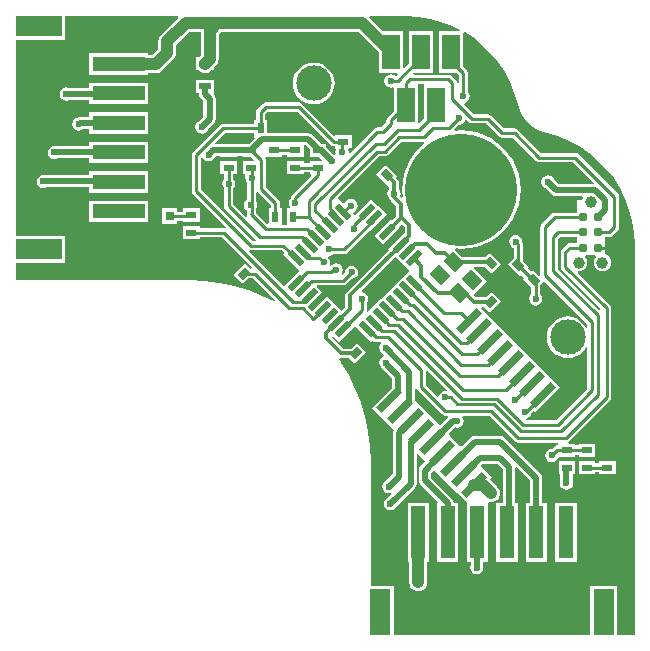
<source format=gbl>
G04 Layer_Physical_Order=2*
G04 Layer_Color=16711680*
%FSAX25Y25*%
%MOIN*%
G70*
G01*
G75*
%ADD10C,0.01969*%
%ADD15C,0.01000*%
%ADD16C,0.03937*%
%ADD17C,0.03902*%
%ADD18C,0.11811*%
%ADD19C,0.37402*%
%ADD20C,0.02362*%
%ADD21C,0.02500*%
%ADD22R,0.03543X0.02362*%
%ADD23R,0.03150X0.03150*%
%ADD24R,0.05906X0.11811*%
%ADD25C,0.03098*%
G04:AMPARAMS|DCode=26|XSize=55.12mil|YSize=43.31mil|CornerRadius=0mil|HoleSize=0mil|Usage=FLASHONLY|Rotation=135.000|XOffset=0mil|YOffset=0mil|HoleType=Round|Shape=Rectangle|*
%AMROTATEDRECTD26*
4,1,4,0.03480,-0.00418,0.00418,-0.03480,-0.03480,0.00418,-0.00418,0.03480,0.03480,-0.00418,0.0*
%
%ADD26ROTATEDRECTD26*%

%ADD27R,0.03937X0.02362*%
%ADD28R,0.02362X0.03543*%
G04:AMPARAMS|DCode=29|XSize=23.62mil|YSize=35.43mil|CornerRadius=0mil|HoleSize=0mil|Usage=FLASHONLY|Rotation=45.000|XOffset=0mil|YOffset=0mil|HoleType=Round|Shape=Rectangle|*
%AMROTATEDRECTD29*
4,1,4,0.00418,-0.02088,-0.02088,0.00418,-0.00418,0.02088,0.02088,-0.00418,0.00418,-0.02088,0.0*
%
%ADD29ROTATEDRECTD29*%

G04:AMPARAMS|DCode=30|XSize=23.62mil|YSize=35.43mil|CornerRadius=0mil|HoleSize=0mil|Usage=FLASHONLY|Rotation=135.000|XOffset=0mil|YOffset=0mil|HoleType=Round|Shape=Rectangle|*
%AMROTATEDRECTD30*
4,1,4,0.02088,0.00418,-0.00418,-0.02088,-0.02088,-0.00418,0.00418,0.02088,0.02088,0.00418,0.0*
%
%ADD30ROTATEDRECTD30*%

%ADD31R,0.15354X0.07087*%
%ADD32R,0.17716X0.05118*%
%ADD33R,0.07087X0.15354*%
%ADD34R,0.05118X0.17716*%
G04:AMPARAMS|DCode=35|XSize=21.65mil|YSize=59.06mil|CornerRadius=0mil|HoleSize=0mil|Usage=FLASHONLY|Rotation=225.000|XOffset=0mil|YOffset=0mil|HoleType=Round|Shape=Rectangle|*
%AMROTATEDRECTD35*
4,1,4,-0.01322,0.02854,0.02854,-0.01322,0.01322,-0.02854,-0.02854,0.01322,-0.01322,0.02854,0.0*
%
%ADD35ROTATEDRECTD35*%

G04:AMPARAMS|DCode=36|XSize=21.65mil|YSize=59.06mil|CornerRadius=0mil|HoleSize=0mil|Usage=FLASHONLY|Rotation=135.000|XOffset=0mil|YOffset=0mil|HoleType=Round|Shape=Rectangle|*
%AMROTATEDRECTD36*
4,1,4,0.02854,0.01322,-0.01322,-0.02854,-0.02854,-0.01322,0.01322,0.02854,0.02854,0.01322,0.0*
%
%ADD36ROTATEDRECTD36*%

G04:AMPARAMS|DCode=37|XSize=27.56mil|YSize=98.43mil|CornerRadius=0mil|HoleSize=0mil|Usage=FLASHONLY|Rotation=135.000|XOffset=0mil|YOffset=0mil|HoleType=Round|Shape=Rectangle|*
%AMROTATEDRECTD37*
4,1,4,0.04454,0.02506,-0.02506,-0.04454,-0.04454,-0.02506,0.02506,0.04454,0.04454,0.02506,0.0*
%
%ADD37ROTATEDRECTD37*%

%ADD38C,0.01181*%
%ADD39C,0.00900*%
G36*
X0159867Y0161503D02*
X0159620Y0161042D01*
X0159500Y0161066D01*
X0158649Y0160897D01*
X0157928Y0160415D01*
X0157445Y0159694D01*
X0157370Y0159315D01*
X0156828Y0159150D01*
X0152959Y0163019D01*
Y0167704D01*
X0153449Y0167921D01*
X0159867Y0161503D01*
D02*
G37*
G36*
X0152416Y0244119D02*
X0152639Y0243659D01*
X0150855Y0242094D01*
X0149152Y0240153D01*
X0147717Y0238005D01*
X0146575Y0235689D01*
X0145745Y0233244D01*
X0145241Y0230711D01*
X0145072Y0228134D01*
X0145230Y0225719D01*
X0144765Y0225477D01*
X0144392Y0225850D01*
X0144429Y0225905D01*
X0144598Y0226756D01*
X0144429Y0227607D01*
X0143996Y0228255D01*
Y0230538D01*
X0143872Y0231159D01*
X0143521Y0231685D01*
X0143041Y0232165D01*
X0143437Y0232560D01*
X0139517Y0236480D01*
X0136432Y0233395D01*
X0140352Y0229475D01*
X0140352D01*
X0140752Y0229169D01*
Y0228255D01*
X0140320Y0227607D01*
X0140150Y0226756D01*
X0140320Y0225905D01*
X0140802Y0225183D01*
X0140834Y0225161D01*
X0140876Y0224954D01*
X0141227Y0224428D01*
X0143102Y0222553D01*
Y0219406D01*
X0141748Y0218052D01*
X0141422Y0218378D01*
X0135832Y0212788D01*
X0138777Y0209843D01*
X0144368Y0215433D01*
X0144042Y0215759D01*
X0144902Y0216619D01*
X0145870Y0215651D01*
Y0213918D01*
X0140286Y0208334D01*
X0140612Y0208008D01*
X0126660Y0194056D01*
X0126309Y0193530D01*
X0126185Y0192909D01*
Y0189127D01*
X0124766Y0187708D01*
X0122213Y0190261D01*
X0119986Y0192488D01*
X0115076Y0187578D01*
X0113567Y0189087D01*
X0114028Y0189547D01*
X0114207Y0189667D01*
X0114326Y0189846D01*
X0118477Y0193997D01*
X0116647Y0195827D01*
X0116838Y0196290D01*
X0125445D01*
X0126030Y0196406D01*
X0126526Y0196737D01*
X0128150Y0198361D01*
X0128201Y0198351D01*
X0129052Y0198520D01*
X0129773Y0199002D01*
X0130255Y0199724D01*
X0130425Y0200575D01*
X0130255Y0201426D01*
X0129773Y0202147D01*
X0129052Y0202629D01*
X0128201Y0202799D01*
X0127350Y0202629D01*
X0126628Y0202147D01*
X0126146Y0201426D01*
X0125977Y0200575D01*
X0125987Y0200524D01*
X0125264Y0199801D01*
X0124875Y0200119D01*
X0125137Y0200511D01*
X0125306Y0201362D01*
X0125137Y0202213D01*
X0124655Y0202935D01*
X0123934Y0203417D01*
X0123083Y0203586D01*
X0122232Y0203417D01*
X0121510Y0202935D01*
X0121421Y0202801D01*
X0121003Y0203070D01*
X0121173Y0203921D01*
X0121003Y0204772D01*
X0120521Y0205494D01*
X0120385Y0205585D01*
X0120580Y0206056D01*
X0120721Y0206028D01*
X0121572Y0206197D01*
X0122293Y0206679D01*
X0122322Y0206722D01*
X0125804D01*
X0126389Y0206839D01*
X0126885Y0207171D01*
X0134168Y0214453D01*
X0134323Y0214297D01*
X0139913Y0219887D01*
X0136968Y0222832D01*
X0134741Y0225059D01*
X0129382Y0219700D01*
X0128800Y0220282D01*
X0128957Y0220832D01*
X0129576Y0221246D01*
X0130059Y0221968D01*
X0130228Y0222819D01*
X0130059Y0223670D01*
X0129576Y0224391D01*
X0128855Y0224873D01*
X0128004Y0225043D01*
X0127153Y0224873D01*
X0126431Y0224391D01*
X0126017Y0223772D01*
X0125607Y0223655D01*
X0125435Y0223647D01*
X0124023Y0225059D01*
X0123732Y0225439D01*
X0137496Y0239203D01*
X0139224D01*
X0139810Y0239319D01*
X0140306Y0239651D01*
X0144779Y0244124D01*
X0152411D01*
X0152416Y0244119D01*
D02*
G37*
G36*
X0114209Y0241627D02*
Y0239142D01*
X0117285D01*
X0118366Y0238060D01*
X0118175Y0237598D01*
X0114209D01*
Y0236947D01*
X0112272D01*
Y0237598D01*
X0106728D01*
Y0233236D01*
X0112272D01*
Y0233888D01*
X0114209D01*
Y0233236D01*
X0114542D01*
X0114733Y0232774D01*
X0108419Y0226459D01*
X0108087Y0225963D01*
X0107977Y0225409D01*
X0107928Y0225376D01*
X0107445Y0224654D01*
X0107276Y0223803D01*
X0107445Y0222952D01*
X0107847Y0222350D01*
X0107665Y0221850D01*
X0106532D01*
Y0216474D01*
X0104988D01*
Y0221850D01*
X0104337D01*
Y0223606D01*
X0104220Y0224191D01*
X0103888Y0224688D01*
X0099612Y0228964D01*
Y0237976D01*
X0099496Y0238562D01*
X0099441Y0238643D01*
X0099709Y0239142D01*
X0104988D01*
Y0239793D01*
X0106728D01*
Y0239142D01*
X0112272D01*
Y0242843D01*
X0112993D01*
X0114209Y0241627D01*
D02*
G37*
G36*
X0121214Y0242997D02*
X0121710Y0242666D01*
X0122295Y0242549D01*
X0122673D01*
Y0241898D01*
X0122673D01*
X0122960Y0241398D01*
X0122827Y0240732D01*
X0122903Y0240354D01*
X0122511Y0239828D01*
X0122340Y0239809D01*
X0119752Y0242396D01*
Y0243504D01*
X0118054D01*
X0115261Y0246297D01*
X0114605Y0246735D01*
X0113831Y0246889D01*
X0100067D01*
Y0251378D01*
X0099415D01*
Y0253288D01*
X0100291Y0254164D01*
X0110048D01*
X0121214Y0242997D01*
D02*
G37*
G36*
X0091965Y0239142D02*
X0094754D01*
X0095836Y0238060D01*
X0095644Y0237598D01*
X0091965D01*
Y0233236D01*
X0092533D01*
X0092842Y0232736D01*
X0092709Y0232071D01*
X0092879Y0231220D01*
X0093361Y0230498D01*
X0093404Y0230469D01*
Y0224880D01*
X0092967Y0224588D01*
X0092485Y0223867D01*
X0092316Y0223016D01*
X0092485Y0222165D01*
X0092967Y0221443D01*
X0093274Y0221238D01*
X0093352Y0220691D01*
X0093323Y0220648D01*
X0093207Y0220063D01*
X0093323Y0219478D01*
X0093430Y0219318D01*
X0093042Y0218999D01*
X0088785Y0223255D01*
Y0228501D01*
X0088828Y0228530D01*
X0089310Y0229251D01*
X0089480Y0230102D01*
X0089310Y0230953D01*
X0088828Y0231675D01*
X0088785Y0231704D01*
Y0233236D01*
X0090027D01*
Y0237598D01*
X0084484D01*
Y0233236D01*
X0085726D01*
Y0231704D01*
X0085683Y0231675D01*
X0085201Y0230953D01*
X0085032Y0230102D01*
X0085201Y0229251D01*
X0085683Y0228530D01*
X0085726Y0228501D01*
Y0222622D01*
X0085843Y0222037D01*
X0086174Y0221541D01*
X0096253Y0211462D01*
X0096046Y0210962D01*
X0095370D01*
X0077959Y0228374D01*
Y0238654D01*
X0078063Y0238732D01*
X0078073Y0238735D01*
X0078713Y0238591D01*
X0078991Y0238176D01*
X0079712Y0237693D01*
X0080563Y0237524D01*
X0081414Y0237693D01*
X0082135Y0238176D01*
X0082617Y0238897D01*
X0082629Y0238952D01*
X0082976Y0239300D01*
X0084484D01*
Y0239142D01*
X0090027D01*
Y0239300D01*
X0091965D01*
Y0239142D01*
D02*
G37*
G36*
X0168599Y0278922D02*
X0171678Y0276488D01*
X0174490Y0273751D01*
X0177006Y0270739D01*
X0179200Y0267485D01*
X0181047Y0264023D01*
X0182529Y0260389D01*
X0183648Y0256562D01*
X0183659Y0256540D01*
X0183662Y0256515D01*
X0184356Y0254456D01*
X0184412Y0254358D01*
X0184447Y0254251D01*
X0185506Y0252354D01*
X0185579Y0252268D01*
X0185633Y0252169D01*
X0187021Y0250498D01*
X0187108Y0250427D01*
X0187180Y0250340D01*
X0188850Y0248951D01*
X0188949Y0248898D01*
X0189035Y0248824D01*
X0190932Y0247766D01*
X0191039Y0247731D01*
X0191137Y0247675D01*
X0193196Y0246981D01*
X0193221Y0246978D01*
X0193243Y0246966D01*
X0197070Y0245848D01*
X0200704Y0244366D01*
X0204166Y0242518D01*
X0207420Y0240325D01*
X0210432Y0237809D01*
X0213169Y0234997D01*
X0215603Y0231918D01*
X0217708Y0228606D01*
X0219461Y0225095D01*
X0220844Y0221422D01*
X0221843Y0217627D01*
X0222446Y0213749D01*
X0222650Y0209799D01*
Y0079748D01*
X0216799D01*
Y0095866D01*
X0207713D01*
Y0079748D01*
X0142390D01*
Y0095866D01*
X0134539D01*
Y0137583D01*
X0134534Y0137608D01*
X0134538Y0137633D01*
X0134336Y0142510D01*
X0134324Y0142559D01*
X0134328Y0142610D01*
X0133724Y0147454D01*
X0133708Y0147502D01*
X0133708Y0147553D01*
X0132706Y0152330D01*
X0132686Y0152377D01*
X0132681Y0152428D01*
X0131289Y0157106D01*
X0131265Y0157151D01*
X0131256Y0157201D01*
X0129482Y0161748D01*
X0129454Y0161791D01*
X0129441Y0161841D01*
X0127297Y0166226D01*
X0127267Y0166266D01*
X0127250Y0166314D01*
X0124751Y0170507D01*
X0124717Y0170545D01*
X0124696Y0170592D01*
X0124019Y0171540D01*
X0124311Y0171992D01*
X0124735Y0171907D01*
X0127358D01*
X0129239Y0170027D01*
X0133158Y0173946D01*
X0130074Y0177031D01*
X0128193Y0175151D01*
X0125407D01*
X0121634Y0178923D01*
X0121640Y0178947D01*
X0122182Y0179112D01*
X0124023Y0177271D01*
X0129382Y0182630D01*
X0134741Y0177271D01*
X0135262Y0177792D01*
X0135686Y0177508D01*
X0136272Y0177392D01*
X0137875D01*
X0138006Y0176892D01*
X0137564Y0176229D01*
X0137394Y0175378D01*
X0137564Y0174527D01*
X0138046Y0173805D01*
X0138767Y0173323D01*
X0138976Y0173018D01*
X0138791Y0172516D01*
X0138767Y0172511D01*
X0138046Y0172029D01*
X0137564Y0171308D01*
X0137394Y0170457D01*
X0137564Y0169606D01*
X0138046Y0168884D01*
X0138387Y0168656D01*
X0138722Y0168153D01*
X0138864Y0168011D01*
X0138975Y0167845D01*
X0141532Y0165288D01*
Y0162089D01*
X0134927Y0155484D01*
X0138290Y0152121D01*
Y0152121D01*
X0138463Y0151948D01*
X0141826Y0148585D01*
X0142303Y0148108D01*
X0142080Y0147775D01*
X0141926Y0147000D01*
Y0133302D01*
X0139807Y0131184D01*
X0139751Y0131173D01*
X0139030Y0130691D01*
X0138548Y0129969D01*
X0138379Y0129118D01*
X0138548Y0128267D01*
X0139030Y0127546D01*
X0139751Y0127064D01*
X0140602Y0126894D01*
X0141235Y0127020D01*
X0141482Y0126559D01*
X0140397Y0125475D01*
X0140342Y0125464D01*
X0139620Y0124982D01*
X0139138Y0124260D01*
X0138969Y0123409D01*
X0139138Y0122558D01*
X0139620Y0121837D01*
X0140342Y0121355D01*
X0141193Y0121186D01*
X0142044Y0121355D01*
X0142765Y0121837D01*
X0143247Y0122558D01*
X0143259Y0122614D01*
X0149316Y0128672D01*
X0149755Y0129328D01*
X0149909Y0130102D01*
Y0139849D01*
X0150371Y0140041D01*
X0152252Y0138160D01*
X0152432Y0137979D01*
X0152606Y0137805D01*
X0152606Y0137305D01*
X0151180Y0135879D01*
X0150741Y0135223D01*
X0150587Y0134449D01*
Y0131283D01*
X0150741Y0130509D01*
X0151180Y0129853D01*
X0156870Y0124162D01*
X0156728Y0123819D01*
X0156728D01*
Y0104102D01*
X0163846D01*
Y0123819D01*
X0162268D01*
X0162156Y0124381D01*
X0161718Y0125037D01*
X0154633Y0132121D01*
Y0133611D01*
X0155467Y0134444D01*
X0155967Y0134444D01*
X0156322Y0134090D01*
X0159503Y0130908D01*
X0159676Y0130735D01*
X0163039Y0127372D01*
X0163039Y0127372D01*
X0163393Y0127019D01*
X0166233Y0124179D01*
X0166571Y0123819D01*
X0166571Y0123338D01*
Y0104102D01*
X0167910D01*
Y0103048D01*
X0167878Y0103001D01*
X0167709Y0102150D01*
X0167878Y0101299D01*
X0168361Y0100577D01*
X0169082Y0100095D01*
X0169933Y0099926D01*
X0170784Y0100095D01*
X0171505Y0100577D01*
X0171988Y0101299D01*
X0172157Y0102150D01*
X0171988Y0103001D01*
X0171956Y0103048D01*
Y0104102D01*
X0173689D01*
Y0123600D01*
X0173716Y0123665D01*
X0174101Y0124032D01*
X0174657Y0123959D01*
X0175432Y0124061D01*
X0176154Y0124360D01*
X0176775Y0124836D01*
X0177251Y0125456D01*
X0177550Y0126178D01*
X0177652Y0126953D01*
X0177550Y0127728D01*
X0177251Y0128450D01*
X0176775Y0129070D01*
X0174291Y0131553D01*
X0174949Y0132211D01*
X0171586Y0135574D01*
Y0135574D01*
X0171412Y0135747D01*
Y0136247D01*
X0171906Y0136741D01*
X0176969D01*
X0178737Y0134973D01*
Y0123819D01*
X0176413D01*
Y0104102D01*
X0183531D01*
Y0123819D01*
X0182783D01*
Y0135338D01*
X0183283Y0135545D01*
X0187792Y0131036D01*
Y0123819D01*
X0186256D01*
Y0104102D01*
X0193374D01*
Y0123819D01*
X0191838D01*
Y0131874D01*
X0191684Y0132648D01*
X0191245Y0133305D01*
X0179010Y0145540D01*
X0178353Y0145979D01*
X0177579Y0146133D01*
X0169343D01*
X0168568Y0145979D01*
X0167912Y0145540D01*
X0165015Y0142644D01*
X0164515Y0142644D01*
X0164161Y0142998D01*
X0161160Y0145999D01*
X0160979Y0146180D01*
X0160805Y0146354D01*
X0160805Y0146854D01*
X0162819Y0148867D01*
X0163437Y0148745D01*
X0164288Y0148914D01*
X0165009Y0149396D01*
X0165491Y0150117D01*
X0165661Y0150969D01*
X0165491Y0151820D01*
X0165180Y0152286D01*
X0165447Y0152786D01*
X0174024D01*
X0182631Y0144178D01*
X0183127Y0143847D01*
X0183713Y0143730D01*
X0196873D01*
X0196954Y0143685D01*
X0197107Y0143059D01*
X0196985Y0142852D01*
X0196705D01*
X0196119Y0142736D01*
X0195623Y0142404D01*
X0194984Y0141765D01*
X0194933Y0141775D01*
X0194082Y0141606D01*
X0193361Y0141124D01*
X0192878Y0140402D01*
X0192709Y0139551D01*
X0192878Y0138700D01*
X0193361Y0137979D01*
X0194082Y0137497D01*
X0194933Y0137327D01*
X0195784Y0137497D01*
X0196505Y0137979D01*
X0196988Y0138700D01*
X0196999Y0138758D01*
X0197040Y0138813D01*
X0197376Y0139142D01*
Y0139142D01*
X0202823D01*
Y0139793D01*
X0203972D01*
Y0139142D01*
X0209516D01*
Y0143504D01*
X0203972D01*
Y0142852D01*
X0202823D01*
Y0143504D01*
X0200629D01*
X0200478Y0144004D01*
X0200739Y0144178D01*
X0214322Y0157761D01*
X0214653Y0158257D01*
X0214770Y0158843D01*
Y0188567D01*
X0214653Y0189152D01*
X0214322Y0189648D01*
X0203568Y0200402D01*
X0203802Y0200875D01*
X0203870Y0200866D01*
X0204640Y0200968D01*
X0205358Y0201265D01*
X0205975Y0201738D01*
X0206448Y0202354D01*
X0206745Y0203072D01*
X0206846Y0203842D01*
X0206745Y0204613D01*
X0206448Y0205331D01*
X0206100Y0205783D01*
X0206316Y0206283D01*
X0209417D01*
X0209632Y0205783D01*
X0209285Y0205331D01*
X0208987Y0204613D01*
X0208886Y0203842D01*
X0208987Y0203072D01*
X0209285Y0202354D01*
X0209758Y0201738D01*
X0210374Y0201265D01*
X0211092Y0200968D01*
X0211862Y0200866D01*
X0212632Y0200968D01*
X0213350Y0201265D01*
X0213967Y0201738D01*
X0214440Y0202354D01*
X0214737Y0203072D01*
X0214838Y0203842D01*
X0214737Y0204613D01*
X0214440Y0205331D01*
X0213967Y0205947D01*
X0213350Y0206420D01*
X0212846Y0206629D01*
Y0212313D01*
X0214106D01*
X0214692Y0212429D01*
X0215188Y0212761D01*
X0216881Y0214454D01*
X0217212Y0214950D01*
X0217329Y0215535D01*
Y0225772D01*
X0217212Y0226357D01*
X0216881Y0226853D01*
X0203889Y0239845D01*
X0203392Y0240177D01*
X0202807Y0240293D01*
X0191433D01*
X0183613Y0248113D01*
X0183117Y0248444D01*
X0182531Y0248561D01*
X0179031D01*
X0174755Y0252837D01*
X0174258Y0253169D01*
X0173673Y0253285D01*
X0168992D01*
X0165713Y0256564D01*
X0165878Y0257106D01*
X0166256Y0257182D01*
X0166978Y0257664D01*
X0167460Y0258385D01*
X0167629Y0259236D01*
X0167460Y0260087D01*
X0166978Y0260809D01*
X0166935Y0260838D01*
Y0267110D01*
X0166818Y0267695D01*
X0166487Y0268192D01*
X0165382Y0269297D01*
Y0280374D01*
X0165882Y0280649D01*
X0168599Y0278922D01*
D02*
G37*
G36*
X0143259Y0205361D02*
X0144741Y0203880D01*
X0147455Y0201165D01*
X0144741Y0198451D01*
X0143232Y0196942D01*
X0143232Y0196942D01*
X0140286Y0193997D01*
X0138059Y0191770D01*
X0135832Y0189543D01*
X0133673Y0187383D01*
X0133433Y0187453D01*
X0133212Y0187630D01*
X0133273Y0187938D01*
Y0190374D01*
X0133602Y0190866D01*
X0133771Y0191717D01*
X0133602Y0192568D01*
X0133120Y0193289D01*
X0132398Y0193771D01*
X0131790Y0193892D01*
X0131616Y0194425D01*
X0142839Y0205648D01*
X0143259Y0205361D01*
D02*
G37*
G36*
X0097001Y0227249D02*
X0101278Y0222973D01*
Y0221850D01*
X0100626D01*
Y0217043D01*
X0100126Y0216836D01*
X0096462Y0220500D01*
Y0221968D01*
X0096594Y0222165D01*
X0096763Y0223016D01*
X0096594Y0223867D01*
X0096462Y0224063D01*
Y0227156D01*
X0096962Y0227307D01*
X0097001Y0227249D01*
D02*
G37*
G36*
X0203201Y0210372D02*
X0201035D01*
X0200450Y0210256D01*
X0199954Y0209924D01*
X0198379Y0208349D01*
X0198048Y0207853D01*
X0197931Y0207268D01*
Y0202346D01*
X0198048Y0201761D01*
X0198379Y0201265D01*
X0211388Y0188256D01*
X0211374Y0188185D01*
X0210832Y0188020D01*
X0197053Y0201799D01*
Y0211556D01*
X0197811Y0212313D01*
X0203201D01*
Y0210372D01*
D02*
G37*
G36*
X0094736Y0207904D02*
X0104891D01*
X0105879Y0206915D01*
X0105488Y0206524D01*
X0110847Y0201165D01*
X0105645Y0195963D01*
X0094084Y0207523D01*
X0094331Y0207984D01*
X0094736Y0207904D01*
D02*
G37*
G36*
X0152476Y0263189D02*
Y0251816D01*
X0150844Y0250184D01*
X0150382Y0250375D01*
Y0263189D01*
X0150788Y0263416D01*
X0152070D01*
X0152476Y0263189D01*
D02*
G37*
G36*
X0150431Y0285765D02*
X0154308Y0285162D01*
X0158104Y0284163D01*
X0161776Y0282780D01*
X0164528Y0281405D01*
X0164410Y0280906D01*
X0157476D01*
Y0267094D01*
X0163258D01*
X0163876Y0266477D01*
Y0263694D01*
X0163376Y0263645D01*
X0163275Y0264152D01*
X0162944Y0264648D01*
X0161566Y0266026D01*
X0161070Y0266358D01*
X0160484Y0266474D01*
X0148956D01*
X0148693Y0266974D01*
X0148775Y0267094D01*
X0155382D01*
Y0280906D01*
X0147476D01*
Y0270439D01*
X0145844Y0268806D01*
X0145382Y0268997D01*
Y0280906D01*
X0138758D01*
X0134195Y0285469D01*
X0134402Y0285969D01*
X0146480D01*
X0150431Y0285765D01*
D02*
G37*
G36*
X0070474Y0285469D02*
X0064666Y0279660D01*
X0064190Y0279040D01*
X0063891Y0278318D01*
X0063789Y0277543D01*
Y0275043D01*
X0061803Y0273057D01*
X0060500D01*
Y0273622D01*
X0040783D01*
Y0266504D01*
X0060500D01*
Y0267069D01*
X0063043D01*
X0063818Y0267171D01*
X0064540Y0267470D01*
X0065160Y0267946D01*
X0068901Y0271686D01*
X0069376Y0272306D01*
X0069675Y0273028D01*
X0069778Y0273803D01*
Y0276303D01*
X0074126Y0280651D01*
X0077962D01*
Y0277346D01*
Y0272878D01*
X0077329Y0272244D01*
X0076413D01*
Y0270258D01*
X0076388Y0270063D01*
X0076413Y0269868D01*
Y0267882D01*
X0077348D01*
X0077885Y0267470D01*
X0078607Y0267171D01*
X0079382Y0267069D01*
X0080157Y0267171D01*
X0080879Y0267470D01*
X0081416Y0267882D01*
X0082350D01*
Y0268797D01*
X0083074Y0269521D01*
X0083550Y0270141D01*
X0083674Y0270440D01*
X0083849Y0270863D01*
X0083951Y0271638D01*
Y0277346D01*
Y0279846D01*
X0084756Y0280651D01*
X0130543D01*
X0137476Y0273718D01*
Y0267094D01*
X0143479D01*
X0143670Y0266633D01*
X0142964Y0265927D01*
X0142962Y0265927D01*
X0142241Y0266409D01*
X0141390Y0266578D01*
X0140539Y0266409D01*
X0139817Y0265927D01*
X0139335Y0265205D01*
X0139166Y0264354D01*
X0139335Y0263503D01*
X0139817Y0262782D01*
X0140539Y0262300D01*
X0141390Y0262130D01*
X0141976Y0262247D01*
X0142476Y0261902D01*
Y0254494D01*
X0140308Y0252326D01*
X0139977Y0251829D01*
X0139860Y0251244D01*
Y0250559D01*
X0138197Y0248895D01*
X0136803D01*
X0136218Y0248779D01*
X0135722Y0248447D01*
X0127730Y0240456D01*
X0127269Y0240702D01*
X0127275Y0240732D01*
X0127143Y0241398D01*
X0127451Y0241898D01*
X0128217D01*
Y0246260D01*
X0122673D01*
Y0246260D01*
X0122393Y0246144D01*
X0111762Y0256774D01*
X0111266Y0257106D01*
X0110681Y0257222D01*
X0099657D01*
X0099072Y0257106D01*
X0098576Y0256774D01*
X0096804Y0255003D01*
X0096473Y0254506D01*
X0096356Y0253921D01*
Y0251378D01*
X0095705D01*
Y0250136D01*
X0085287D01*
X0084702Y0250019D01*
X0084206Y0249688D01*
X0075348Y0240829D01*
X0075016Y0240333D01*
X0074900Y0239748D01*
Y0227740D01*
X0075016Y0227155D01*
X0075348Y0226659D01*
X0086333Y0215673D01*
X0086087Y0215212D01*
X0085681Y0215293D01*
X0077626D01*
Y0215945D01*
X0072083D01*
Y0211583D01*
X0077626D01*
Y0212234D01*
X0085048D01*
X0095019Y0202263D01*
X0094839Y0201736D01*
X0094576Y0201702D01*
X0092714Y0203564D01*
X0088794Y0199644D01*
X0091879Y0196560D01*
X0093852Y0198532D01*
X0095403D01*
X0102624Y0191311D01*
X0102330Y0190898D01*
X0098522Y0192760D01*
X0098472Y0192773D01*
X0098430Y0192801D01*
X0093883Y0194575D01*
X0093832Y0194584D01*
X0093787Y0194608D01*
X0089109Y0196000D01*
X0089058Y0196005D01*
X0089011Y0196025D01*
X0084234Y0197027D01*
X0084183Y0197027D01*
X0084135Y0197043D01*
X0079291Y0197647D01*
X0079241Y0197643D01*
X0079191Y0197655D01*
X0074314Y0197857D01*
X0074289Y0197853D01*
X0074264Y0197858D01*
X0016429D01*
Y0203709D01*
X0032547D01*
Y0212795D01*
X0016429D01*
Y0278118D01*
X0032547D01*
Y0285969D01*
X0070267D01*
X0070474Y0285469D01*
D02*
G37*
G36*
X0167277Y0250674D02*
X0167773Y0250343D01*
X0168358Y0250226D01*
X0173040D01*
X0177316Y0245950D01*
X0177812Y0245619D01*
X0178398Y0245502D01*
X0181898D01*
X0189718Y0237682D01*
X0190214Y0237351D01*
X0190799Y0237234D01*
X0202174D01*
X0208948Y0230460D01*
X0208741Y0229960D01*
X0197346D01*
X0195817Y0231488D01*
X0195807Y0231544D01*
X0195324Y0232265D01*
X0194603Y0232747D01*
X0193752Y0232917D01*
X0192901Y0232747D01*
X0192180Y0232265D01*
X0191697Y0231544D01*
X0191528Y0230693D01*
X0191697Y0229842D01*
X0192180Y0229120D01*
X0192901Y0228638D01*
X0192956Y0228627D01*
X0195077Y0226506D01*
X0195734Y0226068D01*
X0196508Y0225914D01*
X0205171D01*
X0205392Y0225465D01*
X0205289Y0225331D01*
X0204991Y0224613D01*
X0204988Y0224590D01*
X0203201D01*
Y0220321D01*
X0195878D01*
X0195312Y0220208D01*
X0194833Y0219888D01*
X0191525Y0216581D01*
X0191205Y0216101D01*
X0191092Y0215535D01*
Y0199591D01*
X0191093Y0199587D01*
X0190632Y0199341D01*
X0188532Y0201440D01*
X0187973Y0200881D01*
X0186873Y0201981D01*
X0187334Y0202442D01*
X0185361Y0204415D01*
Y0209904D01*
X0185245Y0210489D01*
X0185122Y0210674D01*
X0185149Y0210811D01*
X0184980Y0211662D01*
X0184498Y0212384D01*
X0183776Y0212865D01*
X0182925Y0213035D01*
X0182074Y0212865D01*
X0181353Y0212384D01*
X0180871Y0211662D01*
X0180701Y0210811D01*
X0180871Y0209960D01*
X0181353Y0209239D01*
X0182074Y0208756D01*
X0182303Y0208711D01*
Y0205250D01*
X0180330Y0203277D01*
X0184250Y0199357D01*
X0184710Y0199818D01*
X0185810Y0198718D01*
X0185448Y0198356D01*
X0188089Y0195715D01*
Y0193318D01*
X0188046Y0193289D01*
X0187564Y0192568D01*
X0187394Y0191717D01*
X0187564Y0190866D01*
X0188046Y0190144D01*
X0188767Y0189662D01*
X0189618Y0189493D01*
X0190469Y0189662D01*
X0191191Y0190144D01*
X0191673Y0190866D01*
X0191842Y0191717D01*
X0191673Y0192568D01*
X0191191Y0193289D01*
X0191147Y0193318D01*
Y0196216D01*
X0192148Y0197216D01*
X0192834Y0197236D01*
X0206840Y0183230D01*
Y0182297D01*
X0206341Y0182172D01*
X0206017Y0182776D01*
X0205155Y0183828D01*
X0204103Y0184691D01*
X0202903Y0185332D01*
X0201602Y0185727D01*
X0200248Y0185860D01*
X0198894Y0185727D01*
X0197593Y0185332D01*
X0196393Y0184691D01*
X0195341Y0183828D01*
X0194478Y0182776D01*
X0193837Y0181577D01*
X0193442Y0180275D01*
X0193309Y0178921D01*
X0193442Y0177568D01*
X0193837Y0176266D01*
X0194478Y0175066D01*
X0195341Y0174015D01*
X0196393Y0173152D01*
X0197593Y0172511D01*
X0198894Y0172116D01*
X0200248Y0171982D01*
X0201602Y0172116D01*
X0202903Y0172511D01*
X0204103Y0173152D01*
X0205155Y0174015D01*
X0206017Y0175066D01*
X0206341Y0175670D01*
X0206840Y0175545D01*
Y0161817D01*
X0196289Y0151266D01*
X0186524D01*
X0186502Y0151312D01*
X0186729Y0151867D01*
X0187450Y0152349D01*
X0187933Y0153070D01*
X0188031Y0153564D01*
X0188886Y0154419D01*
X0189486Y0153819D01*
X0197860Y0162193D01*
X0194678Y0165375D01*
X0194497Y0165556D01*
X0194143Y0165910D01*
X0191142Y0168911D01*
X0190961Y0169092D01*
X0190608Y0169445D01*
X0187426Y0172627D01*
X0183890Y0176163D01*
X0183890D01*
X0183718Y0176335D01*
X0180355Y0179698D01*
X0176819Y0183234D01*
X0176647Y0183406D01*
X0173284Y0186769D01*
X0173284D01*
X0173111Y0186942D01*
X0171482Y0188571D01*
X0171673Y0189033D01*
X0172240D01*
X0174120Y0187153D01*
X0178040Y0191072D01*
X0174956Y0194157D01*
X0173075Y0192277D01*
X0169698D01*
X0168825Y0193149D01*
X0173227Y0197550D01*
X0168768Y0202009D01*
X0168960Y0202471D01*
X0172588D01*
X0174956Y0200103D01*
X0178040Y0203187D01*
X0174120Y0207107D01*
X0172728Y0205714D01*
X0165063D01*
X0162752Y0208025D01*
X0162973Y0208511D01*
X0164815Y0208391D01*
X0167392Y0208560D01*
X0169925Y0209064D01*
X0172370Y0209894D01*
X0174687Y0211036D01*
X0176834Y0212471D01*
X0178775Y0214173D01*
X0180478Y0216115D01*
X0181913Y0218262D01*
X0183055Y0220579D01*
X0183885Y0223024D01*
X0184389Y0225557D01*
X0184558Y0228134D01*
X0184389Y0230711D01*
X0183885Y0233244D01*
X0183055Y0235689D01*
X0181913Y0238005D01*
X0180478Y0240153D01*
X0178775Y0242094D01*
X0176834Y0243797D01*
X0174687Y0245232D01*
X0172370Y0246374D01*
X0169925Y0247204D01*
X0167392Y0247708D01*
X0164815Y0247877D01*
X0162682Y0247737D01*
X0162461Y0248224D01*
X0163977Y0249739D01*
X0164028Y0249729D01*
X0164879Y0249898D01*
X0165600Y0250380D01*
X0166082Y0251102D01*
X0166106Y0251222D01*
X0166584Y0251367D01*
X0167277Y0250674D01*
D02*
G37*
G36*
X0095705Y0245835D02*
X0095734D01*
X0095925Y0245373D01*
X0094056Y0243504D01*
X0091965D01*
Y0243346D01*
X0090027D01*
Y0243504D01*
X0084484D01*
Y0243346D01*
X0082843D01*
X0082652Y0243808D01*
X0085921Y0247077D01*
X0095705D01*
Y0245835D01*
D02*
G37*
G36*
X0150016Y0161801D02*
X0150348Y0161304D01*
X0158419Y0153234D01*
X0158915Y0152902D01*
X0159500Y0152786D01*
X0160354D01*
X0160515Y0152286D01*
X0157944Y0149715D01*
X0157444Y0149715D01*
X0157271Y0149888D01*
X0157271D01*
X0153908Y0153251D01*
X0153908Y0153251D01*
X0153554Y0153605D01*
X0150372Y0156787D01*
X0150372D01*
X0150200Y0156959D01*
X0149515Y0157644D01*
Y0161756D01*
X0150015Y0161805D01*
X0150016Y0161801D01*
D02*
G37*
%LPC*%
G36*
X0154004Y0123819D02*
X0146886D01*
Y0104102D01*
X0147451D01*
Y0097228D01*
X0147553Y0096453D01*
X0147852Y0095731D01*
X0148328Y0095111D01*
X0148948Y0094635D01*
X0149670Y0094336D01*
X0150445Y0094234D01*
X0151220Y0094336D01*
X0151942Y0094635D01*
X0152562Y0095111D01*
X0153038Y0095731D01*
X0153337Y0096453D01*
X0153439Y0097228D01*
Y0104102D01*
X0154004D01*
Y0123819D01*
D02*
G37*
G36*
X0209516Y0137598D02*
X0203972D01*
Y0133236D01*
X0209516D01*
Y0133888D01*
X0210665D01*
Y0133236D01*
X0216209D01*
Y0137598D01*
X0210665D01*
Y0136947D01*
X0209516D01*
Y0137598D01*
D02*
G37*
G36*
X0202823Y0137598D02*
X0197280D01*
Y0133236D01*
X0197831D01*
Y0131197D01*
X0197800Y0131150D01*
X0197631Y0130299D01*
X0197800Y0129448D01*
X0198282Y0128727D01*
X0199003Y0128245D01*
X0199854Y0128075D01*
X0200705Y0128245D01*
X0201427Y0128727D01*
X0201909Y0129448D01*
X0202078Y0130299D01*
X0201909Y0131150D01*
X0201877Y0131197D01*
Y0133236D01*
X0202823D01*
Y0137598D01*
D02*
G37*
G36*
X0203217Y0123819D02*
X0196098D01*
Y0104102D01*
X0203217D01*
Y0123819D01*
D02*
G37*
G36*
X0082350Y0264764D02*
X0076413D01*
Y0260402D01*
X0077359D01*
Y0260024D01*
X0077513Y0259249D01*
X0077951Y0258593D01*
X0078776Y0257769D01*
Y0252331D01*
X0078776Y0252331D01*
X0078776D01*
X0078496Y0251960D01*
X0077602Y0251065D01*
X0077547Y0251055D01*
X0076825Y0250572D01*
X0076343Y0249851D01*
X0076174Y0249000D01*
X0076343Y0248149D01*
X0076825Y0247428D01*
X0077547Y0246945D01*
X0078398Y0246776D01*
X0079249Y0246945D01*
X0079970Y0247428D01*
X0080452Y0248149D01*
X0080463Y0248204D01*
X0082387Y0250129D01*
X0082826Y0250785D01*
X0082980Y0251559D01*
Y0252331D01*
X0083138D01*
Y0257874D01*
X0082980D01*
Y0258449D01*
X0082826Y0259223D01*
X0082387Y0259879D01*
X0082208Y0260058D01*
X0082350Y0260402D01*
X0082350D01*
Y0264764D01*
D02*
G37*
G36*
X0060500Y0253937D02*
X0040783D01*
Y0252401D01*
X0037650D01*
X0036875Y0252247D01*
X0036631Y0252084D01*
X0036405Y0252039D01*
X0035683Y0251557D01*
X0035201Y0250835D01*
X0035032Y0249984D01*
X0035201Y0249133D01*
X0035683Y0248412D01*
X0036405Y0247930D01*
X0037256Y0247760D01*
X0038107Y0247930D01*
X0038743Y0248355D01*
X0040783D01*
Y0246819D01*
X0060500D01*
Y0253937D01*
D02*
G37*
G36*
Y0263779D02*
X0040783D01*
Y0262047D01*
X0034020D01*
X0033973Y0262078D01*
X0033122Y0262247D01*
X0032271Y0262078D01*
X0031550Y0261596D01*
X0031067Y0260875D01*
X0030898Y0260024D01*
X0031067Y0259173D01*
X0031550Y0258451D01*
X0032271Y0257969D01*
X0033122Y0257800D01*
X0033973Y0257969D01*
X0034020Y0258000D01*
X0040783D01*
Y0256661D01*
X0060500D01*
Y0263779D01*
D02*
G37*
G36*
X0115602Y0270506D02*
X0114249Y0270373D01*
X0112947Y0269978D01*
X0111747Y0269336D01*
X0110696Y0268473D01*
X0109833Y0267422D01*
X0109192Y0266222D01*
X0108797Y0264921D01*
X0108663Y0263567D01*
X0108797Y0262213D01*
X0109192Y0260911D01*
X0109833Y0259712D01*
X0110696Y0258660D01*
X0111747Y0257797D01*
X0112947Y0257156D01*
X0114249Y0256761D01*
X0115602Y0256628D01*
X0116956Y0256761D01*
X0118258Y0257156D01*
X0119457Y0257797D01*
X0120509Y0258660D01*
X0121372Y0259712D01*
X0122013Y0260911D01*
X0122408Y0262213D01*
X0122541Y0263567D01*
X0122408Y0264921D01*
X0122013Y0266222D01*
X0121372Y0267422D01*
X0120509Y0268473D01*
X0119457Y0269336D01*
X0118258Y0269978D01*
X0116956Y0270373D01*
X0115602Y0270506D01*
D02*
G37*
G36*
X0077626Y0221850D02*
X0072083D01*
Y0220805D01*
X0070146D01*
Y0221850D01*
X0064996D01*
Y0216701D01*
X0070146D01*
Y0217746D01*
X0072083D01*
Y0217488D01*
X0077626D01*
Y0221850D01*
D02*
G37*
G36*
X0060500Y0224409D02*
X0040783D01*
Y0217291D01*
X0060500D01*
Y0224409D01*
D02*
G37*
G36*
Y0244094D02*
X0040783D01*
Y0242559D01*
X0030083D01*
X0030036Y0242590D01*
X0029185Y0242759D01*
X0028334Y0242590D01*
X0027613Y0242108D01*
X0027130Y0241386D01*
X0026961Y0240535D01*
X0027130Y0239684D01*
X0027613Y0238963D01*
X0028334Y0238481D01*
X0029185Y0238312D01*
X0030036Y0238481D01*
X0030083Y0238512D01*
X0040783D01*
Y0236976D01*
X0060500D01*
Y0244094D01*
D02*
G37*
G36*
Y0234252D02*
X0040783D01*
Y0232913D01*
X0026343D01*
X0026296Y0232944D01*
X0025445Y0233114D01*
X0024594Y0232944D01*
X0023872Y0232462D01*
X0023390Y0231741D01*
X0023221Y0230890D01*
X0023390Y0230039D01*
X0023872Y0229317D01*
X0024594Y0228835D01*
X0025445Y0228666D01*
X0026296Y0228835D01*
X0026343Y0228867D01*
X0040783D01*
Y0227134D01*
X0060500D01*
Y0234252D01*
D02*
G37*
%LPD*%
D10*
X0162009Y0136776D02*
X0169343Y0144110D01*
X0165545Y0133241D02*
X0171068Y0138764D01*
X0177807D01*
X0152610Y0134449D02*
X0158474Y0140312D01*
X0152610Y0131283D02*
Y0134449D01*
Y0131283D02*
X0160287Y0123606D01*
Y0113961D02*
Y0123606D01*
X0154938Y0143847D02*
X0162059Y0150969D01*
X0163437D01*
X0169933Y0102150D02*
Y0113764D01*
X0170130Y0113961D01*
X0179972D02*
X0180760Y0114748D01*
Y0135811D01*
X0177807Y0138764D02*
X0180760Y0135811D01*
X0025445Y0230890D02*
X0050445D01*
X0050642Y0230693D01*
X0029185Y0240535D02*
X0050642D01*
X0050642Y0240535D01*
X0147886Y0143866D02*
X0151402Y0147383D01*
X0147886Y0130102D02*
Y0143866D01*
X0140602Y0129118D02*
X0143949Y0132465D01*
Y0147000D01*
X0147867Y0150918D01*
X0037256Y0249984D02*
X0037650Y0250378D01*
X0050642D01*
X0140796Y0157990D02*
X0141521D01*
X0139618Y0170457D02*
X0140405Y0169275D01*
X0141521Y0157990D02*
Y0158974D01*
X0050642Y0260024D02*
Y0260220D01*
X0033122Y0260024D02*
X0050642D01*
X0079382D02*
Y0262583D01*
Y0260024D02*
X0080957Y0258449D01*
Y0255102D02*
Y0258449D01*
X0140405Y0169275D02*
X0143555Y0166126D01*
Y0161008D02*
Y0166126D01*
X0141521Y0158974D02*
X0143555Y0161008D01*
X0144331Y0154454D02*
X0147492Y0157615D01*
Y0167504D01*
X0139618Y0175378D02*
X0147492Y0167504D01*
X0169343Y0144110D02*
X0177579D01*
X0189815Y0131874D01*
Y0113961D02*
Y0131874D01*
X0116980Y0241323D02*
Y0241717D01*
X0113831Y0244866D02*
X0116980Y0241717D01*
X0098280Y0244866D02*
X0113831D01*
X0094736Y0241323D02*
X0098280Y0244866D01*
X0087256Y0241323D02*
X0094736D01*
X0080957Y0251559D02*
Y0255102D01*
X0078398Y0249000D02*
X0080957Y0251559D01*
X0193752Y0230693D02*
X0196508Y0227937D01*
X0209419D01*
X0212846Y0224510D01*
Y0221323D02*
Y0224510D01*
X0210366Y0218843D02*
X0212846Y0221323D01*
X0199854Y0130299D02*
Y0135220D01*
X0200051Y0135417D01*
X0082138Y0241323D02*
X0087256D01*
X0080563Y0239748D02*
X0082138Y0241323D01*
X0116980D02*
X0117965D01*
X0121705Y0237583D01*
X0141193Y0123409D02*
X0147886Y0130102D01*
D15*
X0136862Y0240732D02*
X0139224D01*
X0152413Y0245654D02*
X0155366Y0248606D01*
X0139224Y0240732D02*
X0144146Y0245654D01*
X0152413D01*
X0150757Y0247934D02*
X0156429Y0253606D01*
X0136272Y0243291D02*
X0139028D01*
X0143670Y0247934D02*
X0150757D01*
X0139028Y0243291D02*
X0143670Y0247934D01*
X0136803Y0247366D02*
X0138831D01*
X0141390Y0249925D01*
Y0251244D01*
X0146429Y0256283D01*
X0113892Y0224455D02*
X0136803Y0247366D01*
X0094933Y0220260D02*
Y0232071D01*
X0094736Y0220063D02*
X0094933Y0220260D01*
Y0232071D02*
Y0235220D01*
X0094736Y0235417D02*
X0094933Y0235220D01*
X0094736Y0220063D02*
X0099854Y0214945D01*
X0115467Y0185024D02*
X0118664Y0188220D01*
X0137873Y0216337D02*
X0138058D01*
X0141390Y0219669D01*
Y0222228D01*
X0133832Y0169353D02*
Y0169592D01*
X0210366Y0213843D02*
X0214106D01*
X0146429Y0263685D02*
X0147689Y0264945D01*
X0146429Y0256283D02*
Y0263685D01*
X0149008Y0197129D02*
X0159145Y0186992D01*
X0164687D01*
X0167243Y0184436D01*
X0146781Y0194902D02*
X0164730Y0176953D01*
X0166830D01*
X0170778Y0180901D01*
X0170161Y0173213D02*
X0174314Y0177365D01*
X0173689Y0169669D02*
X0177849Y0173830D01*
X0177020Y0165929D02*
X0181385Y0170294D01*
X0179563Y0161401D02*
X0184920Y0166759D01*
X0182728Y0157858D02*
X0188093Y0163223D01*
X0188456D01*
X0186225Y0153921D02*
X0191991Y0159688D01*
X0185878Y0153921D02*
X0186225D01*
X0128988Y0216361D02*
X0133419Y0220792D01*
X0111677Y0212189D02*
X0114210Y0209656D01*
X0097689Y0212189D02*
X0111677D01*
X0116302Y0211883D02*
X0116437D01*
X0087256Y0222622D02*
X0097689Y0212189D01*
X0135646Y0218093D02*
Y0218565D01*
X0116980Y0232858D02*
Y0235417D01*
X0109500Y0235417D02*
X0116980D01*
X0116980Y0235417D01*
X0102216Y0241323D02*
X0109500D01*
X0102216Y0241323D02*
X0102216Y0241323D01*
X0087256Y0222622D02*
Y0230102D01*
Y0235417D01*
X0105524Y0209433D02*
X0109756Y0205202D01*
X0094736Y0209433D02*
X0105524D01*
X0085287Y0248606D02*
X0097886D01*
X0099854Y0214945D02*
X0113240D01*
X0116302Y0211883D01*
X0113892Y0218882D02*
X0118664Y0214110D01*
X0113892Y0218882D02*
Y0224455D01*
X0108909Y0218882D02*
X0113892D01*
X0109500Y0223803D02*
Y0225378D01*
X0116980Y0232858D01*
X0120721Y0208252D02*
X0125804D01*
X0111983Y0194902D02*
X0114900Y0197819D01*
X0125445D01*
X0128201Y0200575D01*
X0109756Y0197129D02*
X0113202Y0200575D01*
X0121311D01*
X0122098Y0201362D01*
X0123083D01*
X0111983Y0207429D02*
X0113067D01*
Y0205503D02*
X0117367D01*
X0118949Y0203921D01*
X0113067Y0205503D02*
Y0207429D01*
X0183832Y0202859D02*
X0189618Y0197073D01*
X0183832Y0202859D02*
Y0209904D01*
X0182925Y0210811D02*
X0183832Y0209904D01*
X0113125Y0192675D02*
X0114210D01*
X0113125Y0190748D02*
Y0192675D01*
X0111895Y0188596D02*
X0115467Y0185024D01*
X0092297Y0200062D02*
X0096037D01*
X0107502Y0188596D01*
X0111895D01*
X0075248Y0213764D02*
X0085681D01*
X0108697Y0190748D01*
X0113125D01*
X0067571Y0219276D02*
X0074461D01*
X0074854Y0219669D01*
X0116193Y0221036D02*
X0120891Y0216337D01*
X0116193Y0221036D02*
Y0223213D01*
X0136272Y0243291D01*
X0123118Y0218565D02*
Y0219649D01*
X0121192Y0221576D02*
X0123118Y0219649D01*
X0121192Y0221576D02*
Y0225062D01*
X0156429Y0253606D02*
Y0256283D01*
X0160681Y0248606D02*
X0164028Y0251953D01*
X0147689Y0264945D02*
X0160484D01*
X0161862Y0263567D01*
X0125345Y0220792D02*
X0125583D01*
X0121192Y0225062D02*
X0136862Y0240732D01*
X0155366Y0248606D02*
X0160681D01*
X0125804Y0208252D02*
X0135646Y0218093D01*
X0128988Y0214945D02*
Y0216361D01*
X0128004Y0222819D02*
Y0223213D01*
X0141390Y0264354D02*
X0143555D01*
X0151429Y0272228D01*
Y0274000D01*
X0125583Y0220792D02*
X0128004Y0223213D01*
X0165012Y0173213D02*
X0170161D01*
X0133419Y0181539D02*
X0133654D01*
X0144554Y0192675D02*
X0147683Y0189545D01*
X0148679D02*
X0165012Y0173213D01*
X0147683Y0189545D02*
X0148679D01*
X0142327Y0190447D02*
X0145192Y0187583D01*
X0140100Y0188220D02*
X0143297Y0185024D01*
X0137873Y0185993D02*
X0140811Y0183055D01*
X0133654Y0181539D02*
X0136272Y0178921D01*
X0140405D01*
X0200051Y0141323D02*
X0206744D01*
X0206744Y0141323D01*
X0206744Y0135417D02*
X0213437D01*
X0206744Y0135417D02*
X0206744Y0135417D01*
X0194933Y0139551D02*
X0196705Y0141323D01*
X0200051D01*
X0189618Y0191717D02*
Y0197073D01*
X0197177Y0213843D02*
X0205366D01*
X0195524Y0212189D02*
X0197177Y0213843D01*
X0195524Y0201165D02*
Y0212189D01*
Y0201165D02*
X0210287Y0186401D01*
Y0159827D02*
Y0186401D01*
X0198083Y0147622D02*
X0210287Y0159827D01*
X0165209Y0161401D02*
X0179563D01*
X0161272Y0158843D02*
X0163415Y0156699D01*
X0175620D01*
X0184697Y0147622D01*
X0198083D01*
X0183713Y0145260D02*
X0199657D01*
X0213240Y0158843D01*
Y0188567D01*
X0199461Y0202346D02*
X0213240Y0188567D01*
X0199461Y0202346D02*
Y0207268D01*
X0201035Y0208842D01*
X0205366D01*
X0174657Y0154315D02*
X0183713Y0145260D01*
X0140405Y0178921D02*
X0151429Y0167898D01*
X0125345Y0181539D02*
X0131744Y0187938D01*
Y0191520D01*
X0131547Y0191717D02*
X0131744Y0191520D01*
X0145192Y0187583D02*
X0146902D01*
X0164815Y0169669D01*
Y0169669D02*
Y0169669D01*
Y0169669D02*
X0173689D01*
X0143297Y0185024D02*
X0145524D01*
X0140811Y0183055D02*
X0143555D01*
X0145524Y0185024D02*
X0164421Y0166126D01*
Y0165929D02*
Y0166126D01*
Y0165929D02*
X0177020D01*
X0143555Y0183055D02*
X0165209Y0161401D01*
X0151429Y0162386D02*
Y0167898D01*
Y0162386D02*
X0159500Y0154315D01*
X0174657D01*
X0159500Y0158843D02*
X0161272D01*
X0135758Y0227859D02*
X0141390Y0222228D01*
X0135758Y0227859D02*
Y0228802D01*
X0139680Y0209236D02*
X0142327Y0211883D01*
X0136665Y0209236D02*
X0139680D01*
X0134500Y0211402D02*
X0136665Y0209236D01*
X0134500Y0211402D02*
Y0212965D01*
X0137873Y0216337D01*
X0161862Y0258252D02*
Y0263567D01*
X0161429Y0271087D02*
Y0274000D01*
Y0271087D02*
X0165405Y0267110D01*
Y0259236D02*
Y0267110D01*
X0076429Y0227740D02*
X0094736Y0209433D01*
X0076429Y0227740D02*
Y0239748D01*
X0085287Y0248606D01*
X0125051Y0240732D02*
Y0244079D01*
X0122295D02*
X0125051D01*
X0102807Y0219079D02*
Y0223606D01*
X0098083Y0228331D02*
X0102807Y0223606D01*
X0098083Y0228331D02*
Y0237976D01*
X0094736Y0241323D02*
X0098083Y0237976D01*
X0182531Y0247031D02*
X0190799Y0238764D01*
X0202807D01*
X0214106Y0213843D02*
X0215799Y0215535D01*
Y0225772D01*
X0202807Y0238764D02*
X0215799Y0225772D01*
X0161862Y0258252D02*
X0168358Y0251756D01*
X0173673D01*
X0178398Y0247031D01*
X0182531D01*
X0210366Y0208842D02*
X0214815D01*
X0110681Y0255693D02*
X0122295Y0244079D01*
X0097886Y0248606D02*
Y0253921D01*
X0099657Y0255693D01*
X0110681D01*
D16*
X0080957Y0281087D02*
X0083516Y0283646D01*
X0080957Y0277346D02*
Y0281087D01*
Y0271638D02*
Y0277346D01*
X0079382Y0270063D02*
X0080957Y0271638D01*
X0063043Y0270063D02*
X0066783Y0273803D01*
X0050642Y0270063D02*
X0063043D01*
X0072886Y0283646D02*
X0083516D01*
X0066783Y0277543D02*
X0072886Y0283646D01*
X0066783Y0273803D02*
Y0277543D01*
X0131783Y0283646D02*
X0141429Y0274000D01*
X0083516Y0283646D02*
X0124854D01*
X0131783D01*
X0150445Y0097228D02*
Y0113961D01*
X0169080Y0129705D02*
X0171905D01*
X0174657Y0126953D01*
D17*
X0203870Y0203842D02*
D03*
X0207866Y0223843D02*
D03*
X0211862Y0203842D02*
D03*
D18*
X0200248Y0178921D02*
D03*
X0115602Y0263567D02*
D03*
D19*
X0164815Y0228134D02*
D03*
D20*
X0144539Y0233055D02*
D03*
X0148083Y0242110D02*
D03*
X0110090Y0249787D02*
D03*
X0094933Y0232071D02*
D03*
X0124854Y0283646D02*
D03*
X0150445Y0097228D02*
D03*
X0174657Y0126953D02*
D03*
X0163437Y0150969D02*
D03*
X0169933Y0102150D02*
D03*
X0025445Y0230890D02*
D03*
X0029185Y0240535D02*
D03*
X0140602Y0129118D02*
D03*
X0037256Y0249984D02*
D03*
X0139618Y0170457D02*
D03*
X0033122Y0260024D02*
D03*
X0182728Y0157858D02*
D03*
X0185878Y0153921D02*
D03*
X0128201Y0200575D02*
D03*
X0087256Y0230102D02*
D03*
X0109500Y0223803D02*
D03*
X0094539Y0223016D02*
D03*
X0120721Y0208252D02*
D03*
X0123083Y0201362D02*
D03*
X0118949Y0203921D02*
D03*
X0182925Y0210811D02*
D03*
X0164028Y0251953D02*
D03*
X0128988Y0214945D02*
D03*
X0128004Y0222819D02*
D03*
X0141390Y0264354D02*
D03*
X0139618Y0175378D02*
D03*
X0194933Y0139551D02*
D03*
X0189618Y0191717D02*
D03*
X0131547D02*
D03*
X0159500Y0158843D02*
D03*
X0078398Y0249000D02*
D03*
X0165405Y0259236D02*
D03*
X0193752Y0230693D02*
D03*
X0199854Y0130299D02*
D03*
X0142374Y0226756D02*
D03*
X0080563Y0239748D02*
D03*
X0125051Y0240732D02*
D03*
X0121705Y0237583D02*
D03*
X0105760Y0233055D02*
D03*
X0141193Y0123409D02*
D03*
D21*
X0088240Y0252937D02*
D03*
X0220500Y0105000D02*
D03*
X0217000Y0098000D02*
D03*
X0220500Y0091000D02*
D03*
X0210000Y0196000D02*
D03*
Y0126000D02*
D03*
X0213500Y0119000D02*
D03*
X0210000Y0098000D02*
D03*
X0203000Y0168000D02*
D03*
X0206500Y0147000D02*
D03*
X0203000Y0126000D02*
D03*
X0206500Y0119000D02*
D03*
X0203000Y0084000D02*
D03*
X0196000Y0168000D02*
D03*
Y0126000D02*
D03*
X0199500Y0091000D02*
D03*
X0196000Y0084000D02*
D03*
X0189000Y0224000D02*
D03*
Y0210000D02*
D03*
X0192500Y0189000D02*
D03*
X0189000Y0182000D02*
D03*
X0192500Y0175000D02*
D03*
X0189000Y0140000D02*
D03*
X0192500Y0091000D02*
D03*
X0189000Y0084000D02*
D03*
X0185500Y0217000D02*
D03*
Y0091000D02*
D03*
X0182000Y0084000D02*
D03*
X0178500Y0091000D02*
D03*
X0175000Y0084000D02*
D03*
X0171500Y0273000D02*
D03*
Y0091000D02*
D03*
X0168000Y0084000D02*
D03*
X0164500Y0091000D02*
D03*
X0161000Y0084000D02*
D03*
X0157500Y0091000D02*
D03*
X0154000Y0084000D02*
D03*
X0150500Y0091000D02*
D03*
X0147000Y0084000D02*
D03*
X0143500Y0119000D02*
D03*
X0140000Y0112000D02*
D03*
X0143500Y0105000D02*
D03*
X0140000Y0098000D02*
D03*
X0133000Y0266000D02*
D03*
X0136500Y0119000D02*
D03*
Y0105000D02*
D03*
X0126000Y0266000D02*
D03*
X0129500Y0259000D02*
D03*
X0122500D02*
D03*
X0105000Y0266000D02*
D03*
X0108500Y0259000D02*
D03*
X0098000Y0266000D02*
D03*
X0101500Y0259000D02*
D03*
X0094500D02*
D03*
X0087500D02*
D03*
X0080500Y0231000D02*
D03*
Y0217000D02*
D03*
X0073500Y0273000D02*
D03*
X0070000Y0266000D02*
D03*
X0073500Y0259000D02*
D03*
X0070000Y0252000D02*
D03*
X0073500Y0245000D02*
D03*
X0070000Y0238000D02*
D03*
X0073500Y0231000D02*
D03*
X0070000Y0224000D02*
D03*
X0063000Y0280000D02*
D03*
X0066500Y0259000D02*
D03*
X0063000Y0252000D02*
D03*
X0066500Y0245000D02*
D03*
X0063000Y0238000D02*
D03*
X0066500Y0231000D02*
D03*
X0063000Y0224000D02*
D03*
X0056000Y0280000D02*
D03*
X0049000D02*
D03*
X0042000D02*
D03*
X0035000D02*
D03*
X0038500Y0273000D02*
D03*
X0035000Y0266000D02*
D03*
Y0210000D02*
D03*
X0038500Y0203000D02*
D03*
X0031500Y0273000D02*
D03*
X0028000Y0266000D02*
D03*
Y0252000D02*
D03*
X0024500Y0273000D02*
D03*
X0021000Y0266000D02*
D03*
X0024500Y0259000D02*
D03*
X0021000Y0252000D02*
D03*
X0024500Y0245000D02*
D03*
X0021000Y0238000D02*
D03*
Y0224000D02*
D03*
X0024500Y0217000D02*
D03*
D22*
X0074854Y0213764D02*
D03*
Y0219669D02*
D03*
X0125445Y0249984D02*
D03*
Y0244079D02*
D03*
X0206744Y0135417D02*
D03*
Y0141323D02*
D03*
X0109500Y0241323D02*
D03*
Y0235417D02*
D03*
X0087256Y0235417D02*
D03*
Y0241323D02*
D03*
X0094736Y0235417D02*
D03*
Y0241323D02*
D03*
X0200051Y0141323D02*
D03*
Y0135417D02*
D03*
X0213437Y0141323D02*
D03*
Y0135417D02*
D03*
X0116980Y0235417D02*
D03*
Y0241323D02*
D03*
X0102216Y0235417D02*
D03*
Y0241323D02*
D03*
D23*
X0067571Y0219276D02*
D03*
Y0212976D02*
D03*
D24*
X0141429Y0274000D02*
D03*
X0156429Y0256283D02*
D03*
X0146429D02*
D03*
X0136429D02*
D03*
X0161429Y0274000D02*
D03*
X0151429D02*
D03*
D25*
X0210366Y0208842D02*
D03*
X0205366D02*
D03*
Y0213843D02*
D03*
X0210366D02*
D03*
X0205366Y0218843D02*
D03*
X0210366D02*
D03*
D26*
X0162208Y0204093D02*
D03*
X0163879Y0193514D02*
D03*
X0168333Y0197968D02*
D03*
X0157754Y0199638D02*
D03*
D27*
X0088831Y0266323D02*
D03*
X0079382Y0270063D02*
D03*
Y0262583D02*
D03*
D28*
X0086862Y0255102D02*
D03*
X0080957D02*
D03*
X0086862Y0277346D02*
D03*
X0080957D02*
D03*
X0103791Y0248606D02*
D03*
X0097886D02*
D03*
X0102807Y0219079D02*
D03*
X0108713D02*
D03*
D29*
X0179656Y0198684D02*
D03*
X0183832Y0202859D02*
D03*
X0184774Y0193762D02*
D03*
X0188950Y0197938D02*
D03*
X0135758Y0228802D02*
D03*
X0139934Y0232978D02*
D03*
X0178714Y0207781D02*
D03*
X0174538Y0203605D02*
D03*
D30*
X0133832Y0169353D02*
D03*
X0129656Y0173529D02*
D03*
X0088121Y0204238D02*
D03*
X0092297Y0200062D02*
D03*
X0178714Y0186479D02*
D03*
X0174538Y0190655D02*
D03*
D31*
X0023870Y0208252D02*
D03*
Y0282661D02*
D03*
D32*
X0050642Y0220850D02*
D03*
Y0230693D02*
D03*
Y0240535D02*
D03*
Y0250378D02*
D03*
Y0260220D02*
D03*
Y0270063D02*
D03*
D33*
X0212256Y0087189D02*
D03*
X0137846D02*
D03*
D34*
X0199657Y0113961D02*
D03*
X0189815D02*
D03*
X0179972D02*
D03*
X0170130D02*
D03*
X0160287D02*
D03*
X0150445D02*
D03*
D35*
X0125345Y0220792D02*
D03*
X0123118Y0218565D02*
D03*
X0120891Y0216337D02*
D03*
X0118664Y0214110D02*
D03*
X0116437Y0211883D02*
D03*
X0114210Y0209656D02*
D03*
X0111983Y0207429D02*
D03*
X0109756Y0205202D02*
D03*
X0133419Y0181539D02*
D03*
X0135646Y0183766D02*
D03*
X0137873Y0185993D02*
D03*
X0140100Y0188220D02*
D03*
X0142327Y0190447D02*
D03*
X0144554Y0192675D02*
D03*
X0146781Y0194902D02*
D03*
X0149008Y0197129D02*
D03*
D36*
X0109756D02*
D03*
X0111983Y0194902D02*
D03*
X0114210Y0192675D02*
D03*
X0116437Y0190447D02*
D03*
X0118664Y0188220D02*
D03*
X0120891Y0185993D02*
D03*
X0123118Y0183766D02*
D03*
X0125345Y0181539D02*
D03*
X0149008Y0205202D02*
D03*
X0146781Y0207429D02*
D03*
X0144554Y0209656D02*
D03*
X0142327Y0211883D02*
D03*
X0140100Y0214110D02*
D03*
X0137873Y0216337D02*
D03*
X0135646Y0218565D02*
D03*
X0133419Y0220792D02*
D03*
D37*
X0169080Y0129705D02*
D03*
X0165545Y0133241D02*
D03*
X0162009Y0136776D02*
D03*
X0158474Y0140312D02*
D03*
X0154938Y0143847D02*
D03*
X0151402Y0147383D02*
D03*
X0147867Y0150918D02*
D03*
X0144331Y0154454D02*
D03*
X0140796Y0157990D02*
D03*
X0195527Y0156152D02*
D03*
X0191991Y0159688D02*
D03*
X0188456Y0163223D02*
D03*
X0184920Y0166759D02*
D03*
X0181385Y0170294D02*
D03*
X0177849Y0173830D02*
D03*
X0174314Y0177365D02*
D03*
X0170778Y0180901D02*
D03*
X0167243Y0184436D02*
D03*
D38*
X0174050Y0204093D02*
X0174538Y0203605D01*
X0162208Y0204093D02*
X0174050D01*
X0169026Y0190655D02*
X0174538D01*
X0166167Y0193514D02*
X0169026Y0190655D01*
X0163879Y0193514D02*
X0166167D01*
X0156915D02*
X0163879D01*
X0151429Y0199000D02*
X0156915Y0193514D01*
X0151429Y0199000D02*
Y0202781D01*
X0149008Y0205202D02*
X0151429Y0202781D01*
X0146781Y0207429D02*
X0149376Y0210024D01*
X0153201D01*
X0156350Y0206874D01*
X0159427D01*
X0162208Y0204093D01*
X0144554Y0209656D02*
X0147492Y0212594D01*
Y0216323D01*
X0144724Y0219091D02*
X0147492Y0216323D01*
X0140100Y0214110D02*
X0144724Y0218734D01*
Y0219091D01*
X0119651Y0180299D02*
X0123118Y0183766D01*
X0119651Y0178612D02*
Y0180299D01*
Y0178612D02*
X0124735Y0173529D01*
X0129656D01*
X0144724Y0219091D02*
Y0223225D01*
X0142374Y0225575D02*
X0144724Y0223225D01*
X0139934Y0232978D02*
X0142374Y0230538D01*
Y0225575D02*
Y0226756D01*
Y0230538D01*
X0127807Y0192909D02*
X0144554Y0209656D01*
X0127807Y0188455D02*
Y0192909D01*
X0123118Y0183766D02*
X0127807Y0188455D01*
D39*
X0135646Y0183766D02*
X0138325Y0181087D01*
X0196902Y0149787D02*
X0208319Y0161205D01*
Y0183843D01*
X0192571Y0199591D02*
X0208319Y0183843D01*
X0192571Y0199591D02*
Y0215535D01*
X0195878Y0218843D01*
X0205366D01*
X0176823Y0158449D02*
X0185484Y0149787D01*
X0196902D01*
X0165012Y0158449D02*
X0176823D01*
X0138325Y0181087D02*
X0142374D01*
X0165012Y0158449D01*
M02*

</source>
